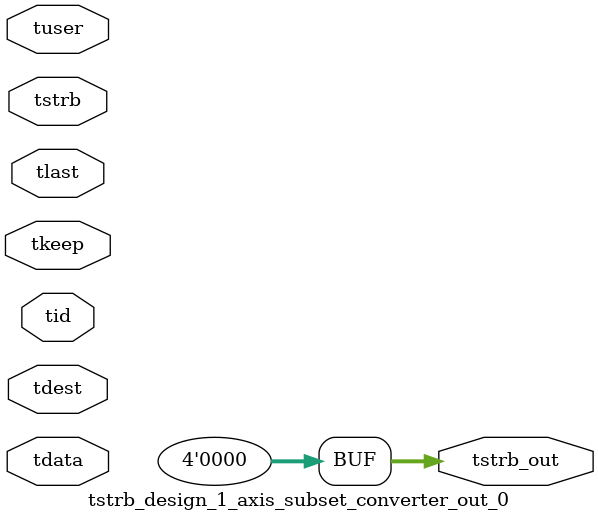
<source format=v>


`timescale 1ps/1ps

module tstrb_design_1_axis_subset_converter_out_0 #
(
parameter C_S_AXIS_TDATA_WIDTH = 32,
parameter C_S_AXIS_TUSER_WIDTH = 0,
parameter C_S_AXIS_TID_WIDTH   = 0,
parameter C_S_AXIS_TDEST_WIDTH = 0,
parameter C_M_AXIS_TDATA_WIDTH = 32
)
(
input  [(C_S_AXIS_TDATA_WIDTH == 0 ? 1 : C_S_AXIS_TDATA_WIDTH)-1:0     ] tdata,
input  [(C_S_AXIS_TUSER_WIDTH == 0 ? 1 : C_S_AXIS_TUSER_WIDTH)-1:0     ] tuser,
input  [(C_S_AXIS_TID_WIDTH   == 0 ? 1 : C_S_AXIS_TID_WIDTH)-1:0       ] tid,
input  [(C_S_AXIS_TDEST_WIDTH == 0 ? 1 : C_S_AXIS_TDEST_WIDTH)-1:0     ] tdest,
input  [(C_S_AXIS_TDATA_WIDTH/8)-1:0 ] tkeep,
input  [(C_S_AXIS_TDATA_WIDTH/8)-1:0 ] tstrb,
input                                                                    tlast,
output [(C_M_AXIS_TDATA_WIDTH/8)-1:0 ] tstrb_out
);

assign tstrb_out = {1'b0};

endmodule


</source>
